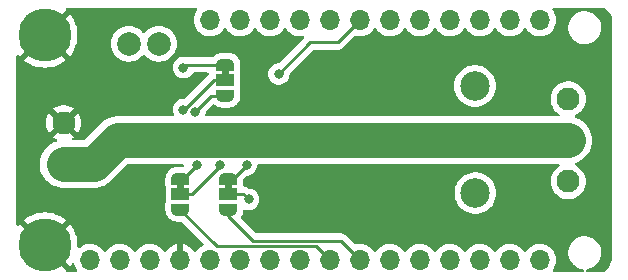
<source format=gbl>
G04 #@! TF.GenerationSoftware,KiCad,Pcbnew,7.0.1*
G04 #@! TF.CreationDate,2023-06-02T18:51:41-05:00*
G04 #@! TF.ProjectId,MiniSSO,4d696e69-5353-44f2-9e6b-696361645f70,2*
G04 #@! TF.SameCoordinates,Original*
G04 #@! TF.FileFunction,Copper,L2,Bot*
G04 #@! TF.FilePolarity,Positive*
%FSLAX46Y46*%
G04 Gerber Fmt 4.6, Leading zero omitted, Abs format (unit mm)*
G04 Created by KiCad (PCBNEW 7.0.1) date 2023-06-02 18:51:41*
%MOMM*%
%LPD*%
G01*
G04 APERTURE LIST*
G04 Aperture macros list*
%AMFreePoly0*
4,1,19,0.550000,-0.750000,0.000000,-0.750000,0.000000,-0.744911,-0.071157,-0.744911,-0.207708,-0.704816,-0.327430,-0.627875,-0.420627,-0.520320,-0.479746,-0.390866,-0.500000,-0.250000,-0.500000,0.250000,-0.479746,0.390866,-0.420627,0.520320,-0.327430,0.627875,-0.207708,0.704816,-0.071157,0.744911,0.000000,0.744911,0.000000,0.750000,0.550000,0.750000,0.550000,-0.750000,0.550000,-0.750000,
$1*%
%AMFreePoly1*
4,1,19,0.000000,0.744911,0.071157,0.744911,0.207708,0.704816,0.327430,0.627875,0.420627,0.520320,0.479746,0.390866,0.500000,0.250000,0.500000,-0.250000,0.479746,-0.390866,0.420627,-0.520320,0.327430,-0.627875,0.207708,-0.704816,0.071157,-0.744911,0.000000,-0.744911,0.000000,-0.750000,-0.550000,-0.750000,-0.550000,0.750000,0.000000,0.750000,0.000000,0.744911,0.000000,0.744911,
$1*%
G04 Aperture macros list end*
G04 #@! TA.AperFunction,ComponentPad*
%ADD10C,4.500000*%
G04 #@! TD*
G04 #@! TA.AperFunction,ComponentPad*
%ADD11O,1.700000X1.700000*%
G04 #@! TD*
G04 #@! TA.AperFunction,ComponentPad*
%ADD12C,1.950000*%
G04 #@! TD*
G04 #@! TA.AperFunction,ComponentPad*
%ADD13C,2.000000*%
G04 #@! TD*
G04 #@! TA.AperFunction,SMDPad,CuDef*
%ADD14C,2.500000*%
G04 #@! TD*
G04 #@! TA.AperFunction,SMDPad,CuDef*
%ADD15FreePoly0,270.000000*%
G04 #@! TD*
G04 #@! TA.AperFunction,SMDPad,CuDef*
%ADD16R,1.500000X1.000000*%
G04 #@! TD*
G04 #@! TA.AperFunction,SMDPad,CuDef*
%ADD17FreePoly1,270.000000*%
G04 #@! TD*
G04 #@! TA.AperFunction,ViaPad*
%ADD18C,0.800000*%
G04 #@! TD*
G04 #@! TA.AperFunction,Conductor*
%ADD19C,0.250000*%
G04 #@! TD*
G04 #@! TA.AperFunction,Conductor*
%ADD20C,3.000000*%
G04 #@! TD*
G04 APERTURE END LIST*
G04 #@! TA.AperFunction,EtchedComponent*
G36*
X134957500Y-75450000D02*
G01*
X134357500Y-75450000D01*
X134357500Y-74950000D01*
X134957500Y-74950000D01*
X134957500Y-75450000D01*
G37*
G04 #@! TD.AperFunction*
G04 #@! TA.AperFunction,EtchedComponent*
G36*
X135207500Y-85100000D02*
G01*
X134607500Y-85100000D01*
X134607500Y-84600000D01*
X135207500Y-84600000D01*
X135207500Y-85100000D01*
G37*
G04 #@! TD.AperFunction*
G04 #@! TA.AperFunction,EtchedComponent*
G36*
X131150000Y-85100000D02*
G01*
X130550000Y-85100000D01*
X130550000Y-84600000D01*
X131150000Y-84600000D01*
X131150000Y-85100000D01*
G37*
G04 #@! TD.AperFunction*
D10*
X119370725Y-72029269D03*
D11*
X133340725Y-70759269D03*
X135880725Y-70759269D03*
X138420725Y-70759269D03*
X140960725Y-70759269D03*
X143500725Y-70759269D03*
X146040725Y-70759269D03*
X148580725Y-70759269D03*
X151120725Y-70759269D03*
X153660725Y-70759269D03*
X156200725Y-70759269D03*
X158740725Y-70759269D03*
X161280725Y-70759269D03*
D12*
X120954800Y-82956400D03*
X120954800Y-79456400D03*
D10*
X119370725Y-89809269D03*
D13*
X126492000Y-72771000D03*
X129032000Y-72771000D03*
D11*
X161280725Y-91079269D03*
X158740725Y-91079269D03*
X156200725Y-91079269D03*
X153660725Y-91079269D03*
X151120725Y-91079269D03*
X148580725Y-91079269D03*
X146040725Y-91079269D03*
X143500725Y-91079269D03*
X140960725Y-91079269D03*
X138420725Y-91079269D03*
X135880725Y-91079269D03*
X133340725Y-91079269D03*
X130800725Y-91079269D03*
X128260725Y-91079269D03*
X125720725Y-91079269D03*
X123180725Y-91079269D03*
D12*
X163682400Y-77424400D03*
X163682400Y-80924400D03*
X163682400Y-84424400D03*
D14*
X155792850Y-76327000D03*
D15*
X134657500Y-74550000D03*
D16*
X134657500Y-75850000D03*
D17*
X134657500Y-77150000D03*
D15*
X134907500Y-84200000D03*
D16*
X134907500Y-85500000D03*
D17*
X134907500Y-86800000D03*
D15*
X130850000Y-84200000D03*
D16*
X130850000Y-85500000D03*
D17*
X130850000Y-86800000D03*
D14*
X155825000Y-85400000D03*
D18*
X163500000Y-74500000D03*
X163500000Y-87000000D03*
X141000000Y-85000000D03*
X142500000Y-77000000D03*
X165500000Y-87000000D03*
X142500000Y-85000000D03*
X141000000Y-77000000D03*
X165500000Y-74500000D03*
X132083380Y-78528796D03*
X131100000Y-74784169D03*
X132250000Y-83023900D03*
X139178213Y-75328213D03*
X136450000Y-83023900D03*
X131100000Y-78350000D03*
X155792850Y-76327000D03*
X134200000Y-83023900D03*
X136625000Y-85950000D03*
X155800000Y-85425000D03*
D19*
X134907500Y-87357500D02*
X137005238Y-89455238D01*
X134907500Y-86800000D02*
X134907500Y-87357500D01*
X137005238Y-89455238D02*
X144416694Y-89455238D01*
X144416694Y-89455238D02*
X146040725Y-91079269D01*
X133954758Y-89904758D02*
X142326214Y-89904758D01*
X130850000Y-86800000D02*
X133954758Y-89904758D01*
X142326214Y-89904758D02*
X143500725Y-91079269D01*
X134657500Y-77150000D02*
X133462176Y-77150000D01*
X133462176Y-77150000D02*
X132083380Y-78528796D01*
X134657500Y-77150000D02*
X134525000Y-77150000D01*
X131334169Y-74550000D02*
X131100000Y-74784169D01*
X140183587Y-70759269D02*
X140960725Y-70759269D01*
X134657500Y-74550000D02*
X131334169Y-74550000D01*
X130850000Y-84200000D02*
X131073900Y-84200000D01*
X131073900Y-84200000D02*
X132250000Y-83023900D01*
X139178213Y-75328213D02*
X141856426Y-72650000D01*
X134907500Y-84200000D02*
X135273900Y-84200000D01*
X141856426Y-72650000D02*
X144149994Y-72650000D01*
X144149994Y-72650000D02*
X146040725Y-70759269D01*
X135273900Y-84200000D02*
X136450000Y-83023900D01*
X133657500Y-75850000D02*
X131157500Y-78350000D01*
X131157500Y-78350000D02*
X131100000Y-78350000D01*
X134657500Y-75850000D02*
X133657500Y-75850000D01*
X130850000Y-85500000D02*
X131850000Y-85500000D01*
X134200000Y-83150000D02*
X134200000Y-83023900D01*
X131850000Y-85500000D02*
X134200000Y-83150000D01*
D20*
X123494800Y-82956400D02*
X125526800Y-80924400D01*
X125526800Y-80924400D02*
X163682400Y-80924400D01*
X120954800Y-82956400D02*
X123494800Y-82956400D01*
D19*
X136175000Y-85500000D02*
X136625000Y-85950000D01*
X134907500Y-85500000D02*
X136175000Y-85500000D01*
G04 #@! TA.AperFunction,Conductor*
G36*
X132226688Y-69740759D02*
G01*
X132273004Y-69789031D01*
X132288082Y-69854207D01*
X132267673Y-69917916D01*
X132265006Y-69921996D01*
X132265003Y-69922001D01*
X132203690Y-70015847D01*
X132141864Y-70110478D01*
X132051427Y-70316657D01*
X131996162Y-70534896D01*
X131996161Y-70534901D01*
X131977569Y-70759269D01*
X131996161Y-70983637D01*
X131996161Y-70983640D01*
X131996162Y-70983641D01*
X132051427Y-71201880D01*
X132141864Y-71408059D01*
X132171633Y-71453624D01*
X132265003Y-71596537D01*
X132361197Y-71701031D01*
X132417487Y-71762177D01*
X132552453Y-71867226D01*
X132595149Y-71900458D01*
X132793151Y-72007611D01*
X133006090Y-72080713D01*
X133228156Y-72117769D01*
X133453291Y-72117769D01*
X133453294Y-72117769D01*
X133675360Y-72080713D01*
X133888299Y-72007611D01*
X134086301Y-71900458D01*
X134263965Y-71762175D01*
X134416447Y-71596537D01*
X134505243Y-71460623D01*
X134550756Y-71418727D01*
X134610725Y-71403541D01*
X134670694Y-71418727D01*
X134716206Y-71460623D01*
X134805003Y-71596537D01*
X134901197Y-71701031D01*
X134957487Y-71762177D01*
X135092453Y-71867226D01*
X135135149Y-71900458D01*
X135333151Y-72007611D01*
X135546090Y-72080713D01*
X135768156Y-72117769D01*
X135993291Y-72117769D01*
X135993294Y-72117769D01*
X136215360Y-72080713D01*
X136428299Y-72007611D01*
X136626301Y-71900458D01*
X136803965Y-71762175D01*
X136956447Y-71596537D01*
X137045243Y-71460623D01*
X137090756Y-71418727D01*
X137150725Y-71403541D01*
X137210694Y-71418727D01*
X137256206Y-71460623D01*
X137345003Y-71596537D01*
X137441197Y-71701031D01*
X137497487Y-71762177D01*
X137632453Y-71867226D01*
X137675149Y-71900458D01*
X137873151Y-72007611D01*
X138086090Y-72080713D01*
X138308156Y-72117769D01*
X138533291Y-72117769D01*
X138533294Y-72117769D01*
X138755360Y-72080713D01*
X138968299Y-72007611D01*
X139166301Y-71900458D01*
X139343965Y-71762175D01*
X139496447Y-71596537D01*
X139585243Y-71460623D01*
X139630756Y-71418727D01*
X139690725Y-71403541D01*
X139750694Y-71418727D01*
X139796206Y-71460623D01*
X139885003Y-71596537D01*
X139981197Y-71701031D01*
X140037487Y-71762177D01*
X140172453Y-71867226D01*
X140215149Y-71900458D01*
X140413151Y-72007611D01*
X140626090Y-72080713D01*
X140848156Y-72117769D01*
X141073294Y-72117769D01*
X141073296Y-72117769D01*
X141115036Y-72110803D01*
X141188820Y-72098491D01*
X141251453Y-72103941D01*
X141303657Y-72138979D01*
X141332432Y-72194879D01*
X141330613Y-72257725D01*
X141298653Y-72311867D01*
X139227713Y-74382808D01*
X139186836Y-74410122D01*
X139138618Y-74419713D01*
X139082726Y-74419713D01*
X138958192Y-74446183D01*
X138895924Y-74459419D01*
X138721459Y-74537096D01*
X138566960Y-74649346D01*
X138439171Y-74791270D01*
X138343685Y-74956656D01*
X138284671Y-75138283D01*
X138264709Y-75328213D01*
X138284671Y-75518142D01*
X138343685Y-75699769D01*
X138439171Y-75865155D01*
X138439173Y-75865157D01*
X138566960Y-76007079D01*
X138721461Y-76119331D01*
X138895925Y-76197007D01*
X139082726Y-76236713D01*
X139273698Y-76236713D01*
X139273700Y-76236713D01*
X139460501Y-76197007D01*
X139634965Y-76119331D01*
X139789466Y-76007079D01*
X139917253Y-75865157D01*
X140012740Y-75699769D01*
X140071755Y-75518141D01*
X140089120Y-75352913D01*
X140100704Y-75311844D01*
X140125332Y-75276996D01*
X142081924Y-73320405D01*
X142122802Y-73293091D01*
X142171020Y-73283500D01*
X144066141Y-73283500D01*
X144086929Y-73285795D01*
X144089901Y-73285701D01*
X144089903Y-73285702D01*
X144157979Y-73283562D01*
X144161939Y-73283500D01*
X144189846Y-73283500D01*
X144189850Y-73283500D01*
X144193859Y-73282993D01*
X144205693Y-73282061D01*
X144249883Y-73280673D01*
X144269332Y-73275021D01*
X144288692Y-73271012D01*
X144308791Y-73268474D01*
X144349909Y-73252193D01*
X144361111Y-73248357D01*
X144403587Y-73236018D01*
X144421033Y-73225699D01*
X144438774Y-73217009D01*
X144457611Y-73209552D01*
X144493386Y-73183558D01*
X144503297Y-73177048D01*
X144541356Y-73154542D01*
X144555685Y-73140212D01*
X144570713Y-73127377D01*
X144587101Y-73115472D01*
X144615297Y-73081386D01*
X144623266Y-73072630D01*
X145582801Y-72113095D01*
X145643491Y-72079435D01*
X145695270Y-72082111D01*
X145695791Y-72078994D01*
X145706087Y-72080712D01*
X145706090Y-72080713D01*
X145928156Y-72117769D01*
X146153291Y-72117769D01*
X146153294Y-72117769D01*
X146375360Y-72080713D01*
X146588299Y-72007611D01*
X146786301Y-71900458D01*
X146963965Y-71762175D01*
X147116447Y-71596537D01*
X147205243Y-71460623D01*
X147250756Y-71418727D01*
X147310725Y-71403541D01*
X147370694Y-71418727D01*
X147416206Y-71460623D01*
X147505003Y-71596537D01*
X147601197Y-71701031D01*
X147657487Y-71762177D01*
X147792453Y-71867226D01*
X147835149Y-71900458D01*
X148033151Y-72007611D01*
X148246090Y-72080713D01*
X148468156Y-72117769D01*
X148693291Y-72117769D01*
X148693294Y-72117769D01*
X148915360Y-72080713D01*
X149128299Y-72007611D01*
X149326301Y-71900458D01*
X149503965Y-71762175D01*
X149656447Y-71596537D01*
X149745243Y-71460623D01*
X149790756Y-71418727D01*
X149850725Y-71403541D01*
X149910694Y-71418727D01*
X149956206Y-71460623D01*
X150045003Y-71596537D01*
X150141197Y-71701031D01*
X150197487Y-71762177D01*
X150332453Y-71867226D01*
X150375149Y-71900458D01*
X150573151Y-72007611D01*
X150786090Y-72080713D01*
X151008156Y-72117769D01*
X151233291Y-72117769D01*
X151233294Y-72117769D01*
X151455360Y-72080713D01*
X151668299Y-72007611D01*
X151866301Y-71900458D01*
X152043965Y-71762175D01*
X152196447Y-71596537D01*
X152285243Y-71460623D01*
X152330756Y-71418727D01*
X152390725Y-71403541D01*
X152450694Y-71418727D01*
X152496206Y-71460623D01*
X152585003Y-71596537D01*
X152681197Y-71701031D01*
X152737487Y-71762177D01*
X152872453Y-71867226D01*
X152915149Y-71900458D01*
X153113151Y-72007611D01*
X153326090Y-72080713D01*
X153548156Y-72117769D01*
X153773291Y-72117769D01*
X153773294Y-72117769D01*
X153995360Y-72080713D01*
X154208299Y-72007611D01*
X154406301Y-71900458D01*
X154583965Y-71762175D01*
X154736447Y-71596537D01*
X154825243Y-71460623D01*
X154870756Y-71418727D01*
X154930725Y-71403541D01*
X154990694Y-71418727D01*
X155036206Y-71460623D01*
X155125003Y-71596537D01*
X155221197Y-71701031D01*
X155277487Y-71762177D01*
X155412453Y-71867226D01*
X155455149Y-71900458D01*
X155653151Y-72007611D01*
X155866090Y-72080713D01*
X156088156Y-72117769D01*
X156313291Y-72117769D01*
X156313294Y-72117769D01*
X156535360Y-72080713D01*
X156748299Y-72007611D01*
X156946301Y-71900458D01*
X157123965Y-71762175D01*
X157276447Y-71596537D01*
X157365243Y-71460623D01*
X157410756Y-71418727D01*
X157470725Y-71403541D01*
X157530694Y-71418727D01*
X157576206Y-71460623D01*
X157665003Y-71596537D01*
X157761197Y-71701031D01*
X157817487Y-71762177D01*
X157952453Y-71867226D01*
X157995149Y-71900458D01*
X158193151Y-72007611D01*
X158406090Y-72080713D01*
X158628156Y-72117769D01*
X158853291Y-72117769D01*
X158853294Y-72117769D01*
X159075360Y-72080713D01*
X159288299Y-72007611D01*
X159486301Y-71900458D01*
X159663965Y-71762175D01*
X159816447Y-71596537D01*
X159905243Y-71460623D01*
X159950756Y-71418727D01*
X160010725Y-71403541D01*
X160070694Y-71418727D01*
X160116206Y-71460623D01*
X160205003Y-71596537D01*
X160301197Y-71701031D01*
X160357487Y-71762177D01*
X160492453Y-71867226D01*
X160535149Y-71900458D01*
X160733151Y-72007611D01*
X160946090Y-72080713D01*
X161168156Y-72117769D01*
X161393291Y-72117769D01*
X161393294Y-72117769D01*
X161615360Y-72080713D01*
X161828299Y-72007611D01*
X162026301Y-71900458D01*
X162203965Y-71762175D01*
X162356447Y-71596537D01*
X162479585Y-71408060D01*
X162511670Y-71334913D01*
X163693446Y-71334913D01*
X163703514Y-71571905D01*
X163753488Y-71803792D01*
X163841934Y-72023896D01*
X163966305Y-72225888D01*
X164123020Y-72403950D01*
X164307576Y-72552969D01*
X164307577Y-72552969D01*
X164307579Y-72552971D01*
X164514665Y-72668657D01*
X164738324Y-72747680D01*
X164972121Y-72787769D01*
X165149916Y-72787769D01*
X165149917Y-72787769D01*
X165327080Y-72772690D01*
X165384467Y-72757747D01*
X165556634Y-72712919D01*
X165772785Y-72615212D01*
X165969315Y-72482382D01*
X166140569Y-72318248D01*
X166281621Y-72127533D01*
X166388413Y-71915723D01*
X166457873Y-71688912D01*
X166488003Y-71453625D01*
X166477935Y-71216630D01*
X166427961Y-70984745D01*
X166339516Y-70764642D01*
X166215146Y-70562652D01*
X166215145Y-70562651D01*
X166215144Y-70562649D01*
X166058429Y-70384587D01*
X165873873Y-70235568D01*
X165666783Y-70119880D01*
X165443126Y-70040858D01*
X165209329Y-70000769D01*
X165031534Y-70000769D01*
X165031533Y-70000769D01*
X164854369Y-70015847D01*
X164624818Y-70075618D01*
X164408664Y-70173325D01*
X164212132Y-70306157D01*
X164040884Y-70470285D01*
X163899829Y-70661005D01*
X163793035Y-70872818D01*
X163723576Y-71099626D01*
X163693446Y-71334913D01*
X162511670Y-71334913D01*
X162570021Y-71201885D01*
X162625289Y-70983637D01*
X162643881Y-70759269D01*
X162625289Y-70534901D01*
X162570021Y-70316653D01*
X162479585Y-70110478D01*
X162356447Y-69922001D01*
X162356443Y-69921996D01*
X162353777Y-69917916D01*
X162333368Y-69854207D01*
X162348446Y-69789031D01*
X162394762Y-69740759D01*
X162459260Y-69723000D01*
X166698810Y-69723000D01*
X166747028Y-69732591D01*
X166787905Y-69759905D01*
X167237966Y-70209966D01*
X167268405Y-70259216D01*
X167379534Y-70592602D01*
X167386000Y-70632447D01*
X167386000Y-91034735D01*
X167376988Y-91081530D01*
X167141604Y-91669988D01*
X167113711Y-91712288D01*
X166787902Y-92038097D01*
X166747028Y-92065409D01*
X166698810Y-92075000D01*
X165328793Y-92075000D01*
X165267343Y-92059000D01*
X165221500Y-92015063D01*
X165202907Y-91954347D01*
X165216284Y-91892274D01*
X165258236Y-91844608D01*
X165318108Y-91823454D01*
X165327080Y-91822690D01*
X165384467Y-91807747D01*
X165556634Y-91762919D01*
X165772785Y-91665212D01*
X165969315Y-91532382D01*
X166140569Y-91368248D01*
X166281621Y-91177533D01*
X166388413Y-90965723D01*
X166457873Y-90738912D01*
X166488003Y-90503625D01*
X166477935Y-90266630D01*
X166427961Y-90034745D01*
X166339516Y-89814642D01*
X166215146Y-89612652D01*
X166215145Y-89612651D01*
X166215144Y-89612649D01*
X166058429Y-89434587D01*
X165873873Y-89285568D01*
X165666783Y-89169880D01*
X165443126Y-89090858D01*
X165209329Y-89050769D01*
X165031534Y-89050769D01*
X165031533Y-89050769D01*
X164854369Y-89065847D01*
X164624818Y-89125618D01*
X164408664Y-89223325D01*
X164212132Y-89356157D01*
X164040884Y-89520285D01*
X163899829Y-89711005D01*
X163793035Y-89922818D01*
X163723576Y-90149626D01*
X163693446Y-90384913D01*
X163703514Y-90621905D01*
X163753488Y-90853792D01*
X163841934Y-91073896D01*
X163966305Y-91275888D01*
X164047596Y-91368252D01*
X164123022Y-91453952D01*
X164144849Y-91471576D01*
X164307576Y-91602969D01*
X164307577Y-91602969D01*
X164307579Y-91602971D01*
X164514665Y-91718657D01*
X164738324Y-91797680D01*
X164896560Y-91824812D01*
X164953026Y-91849857D01*
X164990803Y-91898731D01*
X165000811Y-91959686D01*
X164980645Y-92018073D01*
X164935152Y-92059858D01*
X164875265Y-92075000D01*
X162485745Y-92075000D01*
X162421247Y-92057241D01*
X162374931Y-92008969D01*
X162359853Y-91943793D01*
X162380262Y-91880085D01*
X162479585Y-91728060D01*
X162570021Y-91521885D01*
X162625289Y-91303637D01*
X162643881Y-91079269D01*
X162625289Y-90854901D01*
X162570021Y-90636653D01*
X162479585Y-90430478D01*
X162356447Y-90242001D01*
X162203965Y-90076363D01*
X162203964Y-90076362D01*
X162203962Y-90076360D01*
X162026303Y-89938081D01*
X161828298Y-89830926D01*
X161683030Y-89781056D01*
X161615360Y-89757825D01*
X161393294Y-89720769D01*
X161168156Y-89720769D01*
X160946090Y-89757825D01*
X160946087Y-89757825D01*
X160946087Y-89757826D01*
X160733151Y-89830926D01*
X160535146Y-89938081D01*
X160357487Y-90076360D01*
X160205003Y-90242000D01*
X160116208Y-90377912D01*
X160070694Y-90419810D01*
X160010725Y-90434996D01*
X159950756Y-90419810D01*
X159905242Y-90377912D01*
X159816446Y-90242000D01*
X159663965Y-90076363D01*
X159663964Y-90076362D01*
X159663962Y-90076360D01*
X159486303Y-89938081D01*
X159288298Y-89830926D01*
X159143030Y-89781056D01*
X159075360Y-89757825D01*
X158853294Y-89720769D01*
X158628156Y-89720769D01*
X158406090Y-89757825D01*
X158406087Y-89757825D01*
X158406087Y-89757826D01*
X158193151Y-89830926D01*
X157995146Y-89938081D01*
X157817487Y-90076360D01*
X157665003Y-90242000D01*
X157576208Y-90377912D01*
X157530694Y-90419810D01*
X157470725Y-90434996D01*
X157410756Y-90419810D01*
X157365242Y-90377912D01*
X157276446Y-90242000D01*
X157123965Y-90076363D01*
X157123964Y-90076362D01*
X157123962Y-90076360D01*
X156946303Y-89938081D01*
X156748298Y-89830926D01*
X156603030Y-89781056D01*
X156535360Y-89757825D01*
X156313294Y-89720769D01*
X156088156Y-89720769D01*
X155866090Y-89757825D01*
X155866087Y-89757825D01*
X155866087Y-89757826D01*
X155653151Y-89830926D01*
X155455146Y-89938081D01*
X155277487Y-90076360D01*
X155125003Y-90242000D01*
X155036208Y-90377912D01*
X154990694Y-90419810D01*
X154930725Y-90434996D01*
X154870756Y-90419810D01*
X154825242Y-90377912D01*
X154736446Y-90242000D01*
X154583965Y-90076363D01*
X154583964Y-90076362D01*
X154583962Y-90076360D01*
X154406303Y-89938081D01*
X154208298Y-89830926D01*
X154063030Y-89781056D01*
X153995360Y-89757825D01*
X153773294Y-89720769D01*
X153548156Y-89720769D01*
X153326090Y-89757825D01*
X153326087Y-89757825D01*
X153326087Y-89757826D01*
X153113151Y-89830926D01*
X152915146Y-89938081D01*
X152737487Y-90076360D01*
X152585003Y-90242000D01*
X152496208Y-90377912D01*
X152450694Y-90419810D01*
X152390725Y-90434996D01*
X152330756Y-90419810D01*
X152285242Y-90377912D01*
X152196446Y-90242000D01*
X152043965Y-90076363D01*
X152043964Y-90076362D01*
X152043962Y-90076360D01*
X151866303Y-89938081D01*
X151668298Y-89830926D01*
X151523030Y-89781056D01*
X151455360Y-89757825D01*
X151233294Y-89720769D01*
X151008156Y-89720769D01*
X150786090Y-89757825D01*
X150786087Y-89757825D01*
X150786087Y-89757826D01*
X150573151Y-89830926D01*
X150375146Y-89938081D01*
X150197487Y-90076360D01*
X150045003Y-90242000D01*
X149956208Y-90377912D01*
X149910694Y-90419810D01*
X149850725Y-90434996D01*
X149790756Y-90419810D01*
X149745242Y-90377912D01*
X149656446Y-90242000D01*
X149503965Y-90076363D01*
X149503964Y-90076362D01*
X149503962Y-90076360D01*
X149326303Y-89938081D01*
X149128298Y-89830926D01*
X148983030Y-89781056D01*
X148915360Y-89757825D01*
X148693294Y-89720769D01*
X148468156Y-89720769D01*
X148246090Y-89757825D01*
X148246087Y-89757825D01*
X148246087Y-89757826D01*
X148033151Y-89830926D01*
X147835146Y-89938081D01*
X147657487Y-90076360D01*
X147505003Y-90242000D01*
X147416208Y-90377912D01*
X147370694Y-90419810D01*
X147310725Y-90434996D01*
X147250756Y-90419810D01*
X147205242Y-90377912D01*
X147116446Y-90242000D01*
X146963965Y-90076363D01*
X146963964Y-90076362D01*
X146963962Y-90076360D01*
X146786303Y-89938081D01*
X146588298Y-89830926D01*
X146443030Y-89781056D01*
X146375360Y-89757825D01*
X146153294Y-89720769D01*
X145928156Y-89720769D01*
X145706090Y-89757825D01*
X145706085Y-89757826D01*
X145695793Y-89759544D01*
X145695273Y-89756431D01*
X145643476Y-89759098D01*
X145582801Y-89725440D01*
X144923938Y-89066577D01*
X144910865Y-89050259D01*
X144859042Y-89001594D01*
X144856230Y-88998869D01*
X144836464Y-88979103D01*
X144833269Y-88976624D01*
X144824247Y-88968919D01*
X144792014Y-88938651D01*
X144774261Y-88928891D01*
X144757735Y-88918035D01*
X144741735Y-88905624D01*
X144701160Y-88888066D01*
X144690498Y-88882842D01*
X144651757Y-88861543D01*
X144638007Y-88858013D01*
X144632131Y-88856504D01*
X144613425Y-88850100D01*
X144594839Y-88842057D01*
X144551169Y-88835140D01*
X144539547Y-88832733D01*
X144496724Y-88821738D01*
X144496723Y-88821738D01*
X144476470Y-88821738D01*
X144456760Y-88820187D01*
X144436751Y-88817017D01*
X144392733Y-88821179D01*
X144380875Y-88821738D01*
X137319832Y-88821738D01*
X137271614Y-88812147D01*
X137230737Y-88784833D01*
X135997463Y-87551559D01*
X135967488Y-87503674D01*
X135961449Y-87447505D01*
X135980557Y-87394349D01*
X136049170Y-87287586D01*
X136109913Y-87154577D01*
X136150420Y-87016622D01*
X136165003Y-86915189D01*
X136186051Y-86861510D01*
X136228810Y-86822824D01*
X136284327Y-86807239D01*
X136340970Y-86818018D01*
X136342712Y-86818794D01*
X136529513Y-86858500D01*
X136720485Y-86858500D01*
X136720487Y-86858500D01*
X136907288Y-86818794D01*
X137081752Y-86741118D01*
X137236253Y-86628866D01*
X137364040Y-86486944D01*
X137459527Y-86321556D01*
X137518542Y-86139928D01*
X137538504Y-85950000D01*
X137518542Y-85760072D01*
X137459527Y-85578444D01*
X137459527Y-85578443D01*
X137364041Y-85413057D01*
X137352284Y-85400000D01*
X154061569Y-85400000D01*
X154081265Y-85662827D01*
X154139913Y-85919781D01*
X154226315Y-86139928D01*
X154236204Y-86165124D01*
X154367985Y-86393376D01*
X154532314Y-86599438D01*
X154725519Y-86778706D01*
X154943285Y-86927176D01*
X155180746Y-87041532D01*
X155432600Y-87119218D01*
X155693219Y-87158500D01*
X155956779Y-87158500D01*
X155956781Y-87158500D01*
X156217400Y-87119218D01*
X156469254Y-87041532D01*
X156706716Y-86927176D01*
X156924481Y-86778706D01*
X157117686Y-86599438D01*
X157282015Y-86393376D01*
X157413796Y-86165124D01*
X157510087Y-85919780D01*
X157568735Y-85662826D01*
X157588431Y-85400000D01*
X157568735Y-85137174D01*
X157510087Y-84880220D01*
X157413796Y-84634876D01*
X157282015Y-84406624D01*
X157117686Y-84200562D01*
X156924481Y-84021294D01*
X156924477Y-84021291D01*
X156924476Y-84021290D01*
X156706716Y-83872824D01*
X156469254Y-83758467D01*
X156287159Y-83702299D01*
X156217400Y-83680782D01*
X155956781Y-83641500D01*
X155693219Y-83641500D01*
X155432600Y-83680782D01*
X155432596Y-83680783D01*
X155432597Y-83680783D01*
X155180748Y-83758467D01*
X154943282Y-83872825D01*
X154725522Y-84021291D01*
X154725518Y-84021294D01*
X154725519Y-84021294D01*
X154534456Y-84198575D01*
X154532313Y-84200563D01*
X154367983Y-84406627D01*
X154236204Y-84634875D01*
X154139913Y-84880218D01*
X154081265Y-85137172D01*
X154061569Y-85400000D01*
X137352284Y-85400000D01*
X137236252Y-85271133D01*
X137081753Y-85158883D01*
X137081752Y-85158882D01*
X136907288Y-85081206D01*
X136720487Y-85041500D01*
X136720485Y-85041500D01*
X136662064Y-85041500D01*
X136615681Y-85032652D01*
X136575812Y-85007351D01*
X136550320Y-84983413D01*
X136532567Y-84973653D01*
X136516041Y-84962797D01*
X136500041Y-84950386D01*
X136459466Y-84932828D01*
X136448804Y-84927604D01*
X136410063Y-84906305D01*
X136396313Y-84902775D01*
X136390437Y-84901266D01*
X136371731Y-84894862D01*
X136353145Y-84886819D01*
X136346623Y-84885786D01*
X136309474Y-84879901D01*
X136297854Y-84877495D01*
X136281790Y-84873370D01*
X136265895Y-84869289D01*
X136216914Y-84844333D01*
X136183221Y-84800897D01*
X136171229Y-84747248D01*
X136171229Y-84250765D01*
X136180820Y-84202547D01*
X136208134Y-84161670D01*
X136400499Y-83969305D01*
X136441376Y-83941991D01*
X136489594Y-83932400D01*
X136545485Y-83932400D01*
X136545487Y-83932400D01*
X136732288Y-83892694D01*
X136906752Y-83815018D01*
X137061253Y-83702766D01*
X137189040Y-83560844D01*
X137284527Y-83395456D01*
X137343542Y-83213828D01*
X137361209Y-83045727D01*
X137382060Y-82988442D01*
X137427366Y-82947649D01*
X137486519Y-82932900D01*
X162823946Y-82932900D01*
X162887547Y-82950130D01*
X162933753Y-82997107D01*
X162949929Y-83060984D01*
X162931650Y-83124291D01*
X162883915Y-83169714D01*
X162868222Y-83178206D01*
X162674208Y-83329213D01*
X162507698Y-83510093D01*
X162373228Y-83715912D01*
X162274471Y-83941060D01*
X162263756Y-83983374D01*
X162214118Y-84179387D01*
X162193816Y-84424400D01*
X162214118Y-84669413D01*
X162227466Y-84722122D01*
X162272832Y-84901268D01*
X162274472Y-84907742D01*
X162293177Y-84950386D01*
X162373228Y-85132887D01*
X162373229Y-85132888D01*
X162507698Y-85338707D01*
X162576141Y-85413056D01*
X162674208Y-85519586D01*
X162868223Y-85670594D01*
X163084443Y-85787606D01*
X163316974Y-85867434D01*
X163559474Y-85907900D01*
X163805323Y-85907900D01*
X163805326Y-85907900D01*
X164047826Y-85867434D01*
X164280357Y-85787606D01*
X164496578Y-85670593D01*
X164690591Y-85519587D01*
X164857102Y-85338707D01*
X164991571Y-85132888D01*
X165090328Y-84907742D01*
X165150682Y-84669413D01*
X165170984Y-84424400D01*
X165150682Y-84179387D01*
X165090328Y-83941058D01*
X164991571Y-83715912D01*
X164857102Y-83510093D01*
X164690591Y-83329213D01*
X164553356Y-83222399D01*
X164496576Y-83178205D01*
X164287032Y-83064806D01*
X164244121Y-83026736D01*
X164222534Y-82973588D01*
X164226746Y-82916379D01*
X164255884Y-82866966D01*
X164303901Y-82835593D01*
X164501326Y-82763737D01*
X164749342Y-82631864D01*
X164976592Y-82466758D01*
X165178652Y-82271631D01*
X165351588Y-82050282D01*
X165492036Y-81807019D01*
X165492037Y-81807018D01*
X165597262Y-81546576D01*
X165597262Y-81546575D01*
X165665217Y-81274024D01*
X165694578Y-80994667D01*
X165684775Y-80713942D01*
X165635998Y-80437313D01*
X165549197Y-80170165D01*
X165436735Y-79939584D01*
X165426060Y-79917697D01*
X165268985Y-79684824D01*
X165081029Y-79476078D01*
X164865849Y-79295520D01*
X164731340Y-79211470D01*
X164627636Y-79146669D01*
X164371025Y-79032418D01*
X164312698Y-79015693D01*
X164261312Y-78986552D01*
X164228856Y-78937191D01*
X164222465Y-78878461D01*
X164243544Y-78823274D01*
X164287459Y-78783762D01*
X164407642Y-78718723D01*
X164496577Y-78670594D01*
X164531780Y-78643193D01*
X164690591Y-78519587D01*
X164857102Y-78338707D01*
X164991571Y-78132888D01*
X165090328Y-77907742D01*
X165150682Y-77669413D01*
X165170984Y-77424400D01*
X165150682Y-77179387D01*
X165090328Y-76941058D01*
X164991571Y-76715912D01*
X164857102Y-76510093D01*
X164690591Y-76329213D01*
X164571747Y-76236713D01*
X164496576Y-76178205D01*
X164280356Y-76061193D01*
X164122725Y-76007079D01*
X164047826Y-75981366D01*
X163805326Y-75940900D01*
X163559474Y-75940900D01*
X163316974Y-75981366D01*
X163316971Y-75981366D01*
X163316971Y-75981367D01*
X163084443Y-76061193D01*
X162868223Y-76178205D01*
X162674208Y-76329213D01*
X162507698Y-76510093D01*
X162373228Y-76715912D01*
X162315825Y-76846781D01*
X162274472Y-76941058D01*
X162214118Y-77179387D01*
X162193816Y-77424400D01*
X162214118Y-77669413D01*
X162214119Y-77669416D01*
X162260906Y-77854174D01*
X162274472Y-77907742D01*
X162298800Y-77963204D01*
X162373228Y-78132887D01*
X162393588Y-78164050D01*
X162507698Y-78338707D01*
X162674209Y-78519587D01*
X162780375Y-78602219D01*
X162868222Y-78670593D01*
X162883915Y-78679086D01*
X162931650Y-78724509D01*
X162949929Y-78787816D01*
X162933753Y-78851693D01*
X162887547Y-78898670D01*
X162823946Y-78915900D01*
X133086279Y-78915900D01*
X133029076Y-78902167D01*
X132984343Y-78863961D01*
X132961830Y-78809610D01*
X132966445Y-78750966D01*
X132976922Y-78718724D01*
X132994287Y-78553496D01*
X133005870Y-78512429D01*
X133030498Y-78477581D01*
X133579428Y-77928651D01*
X133633023Y-77896852D01*
X133695304Y-77894627D01*
X133751030Y-77922521D01*
X133797982Y-77963205D01*
X133920988Y-78042256D01*
X134051773Y-78101984D01*
X134120450Y-78127599D01*
X134120453Y-78127600D01*
X134164493Y-78137180D01*
X134192073Y-78143180D01*
X134334388Y-78163642D01*
X134407500Y-78168871D01*
X134474908Y-78164050D01*
X134483897Y-78163729D01*
X134831103Y-78163729D01*
X134840092Y-78164050D01*
X134907499Y-78168871D01*
X134907499Y-78168870D01*
X134907500Y-78168871D01*
X134980612Y-78163642D01*
X135122927Y-78143180D01*
X135178085Y-78131180D01*
X135194546Y-78127600D01*
X135194546Y-78127599D01*
X135194550Y-78127599D01*
X135263227Y-78101984D01*
X135394012Y-78042256D01*
X135517018Y-77963205D01*
X135625679Y-77869051D01*
X135677511Y-77817220D01*
X135721438Y-77758540D01*
X135799170Y-77637586D01*
X135859913Y-77504577D01*
X135900420Y-77366622D01*
X135921229Y-77221889D01*
X135921229Y-76600000D01*
X135908400Y-76502557D01*
X135908044Y-76472641D01*
X135916000Y-76398639D01*
X135916000Y-76326999D01*
X154029419Y-76326999D01*
X154049115Y-76589827D01*
X154107763Y-76846781D01*
X154144765Y-76941060D01*
X154204054Y-77092124D01*
X154335835Y-77320376D01*
X154500164Y-77526438D01*
X154693369Y-77705706D01*
X154911135Y-77854176D01*
X155148596Y-77968532D01*
X155400450Y-78046218D01*
X155661069Y-78085500D01*
X155924629Y-78085500D01*
X155924631Y-78085500D01*
X156185250Y-78046218D01*
X156437104Y-77968532D01*
X156674566Y-77854176D01*
X156892331Y-77705706D01*
X157085536Y-77526438D01*
X157249865Y-77320376D01*
X157381646Y-77092124D01*
X157477937Y-76846780D01*
X157536585Y-76589826D01*
X157556281Y-76327000D01*
X157536585Y-76064174D01*
X157477937Y-75807220D01*
X157381646Y-75561876D01*
X157249865Y-75333624D01*
X157085536Y-75127562D01*
X156892331Y-74948294D01*
X156892327Y-74948291D01*
X156892326Y-74948290D01*
X156674566Y-74799824D01*
X156437104Y-74685467D01*
X156255009Y-74629299D01*
X156185250Y-74607782D01*
X155924631Y-74568500D01*
X155661069Y-74568500D01*
X155400450Y-74607782D01*
X155400446Y-74607783D01*
X155400447Y-74607783D01*
X155148598Y-74685467D01*
X154911132Y-74799825D01*
X154693372Y-74948291D01*
X154693368Y-74948294D01*
X154693369Y-74948294D01*
X154500164Y-75127562D01*
X154340151Y-75328213D01*
X154335833Y-75333627D01*
X154204054Y-75561875D01*
X154107763Y-75807218D01*
X154049115Y-76064172D01*
X154029419Y-76326999D01*
X135916000Y-76326999D01*
X135916000Y-75301363D01*
X135916000Y-75301362D01*
X135909489Y-75240799D01*
X135909487Y-75240795D01*
X135908043Y-75227360D01*
X135908398Y-75197450D01*
X135921229Y-75100000D01*
X135921229Y-74478111D01*
X135900420Y-74333378D01*
X135859913Y-74195423D01*
X135799170Y-74062414D01*
X135799169Y-74062413D01*
X135799168Y-74062410D01*
X135721441Y-73941464D01*
X135701095Y-73914285D01*
X135677511Y-73882780D01*
X135625679Y-73830949D01*
X135517018Y-73736795D01*
X135398170Y-73660416D01*
X135394014Y-73657745D01*
X135263220Y-73598013D01*
X135194546Y-73572399D01*
X135122925Y-73556819D01*
X134980618Y-73536358D01*
X134907499Y-73531128D01*
X134840092Y-73535950D01*
X134831103Y-73536271D01*
X134483897Y-73536271D01*
X134474908Y-73535950D01*
X134407500Y-73531128D01*
X134334381Y-73536358D01*
X134192074Y-73556819D01*
X134120453Y-73572399D01*
X134051779Y-73598013D01*
X133920985Y-73657745D01*
X133797982Y-73736795D01*
X133689319Y-73830949D01*
X133640673Y-73879596D01*
X133599796Y-73906909D01*
X133551578Y-73916500D01*
X131418020Y-73916500D01*
X131397227Y-73914204D01*
X131394646Y-73914285D01*
X131364505Y-73911594D01*
X131213962Y-73879596D01*
X131195487Y-73875669D01*
X131004513Y-73875669D01*
X130879979Y-73902139D01*
X130817711Y-73915375D01*
X130643246Y-73993052D01*
X130488747Y-74105302D01*
X130360958Y-74247226D01*
X130265472Y-74412612D01*
X130206458Y-74594239D01*
X130186496Y-74784169D01*
X130206458Y-74974098D01*
X130265472Y-75155725D01*
X130360958Y-75321111D01*
X130382880Y-75345458D01*
X130488747Y-75463035D01*
X130643248Y-75575287D01*
X130817712Y-75652963D01*
X131004513Y-75692669D01*
X131195485Y-75692669D01*
X131195487Y-75692669D01*
X131382288Y-75652963D01*
X131556752Y-75575287D01*
X131711253Y-75463035D01*
X131839040Y-75321113D01*
X131882117Y-75246500D01*
X131928237Y-75200381D01*
X131991237Y-75183500D01*
X133118933Y-75183500D01*
X133186448Y-75203115D01*
X133232942Y-75255853D01*
X133243939Y-75325294D01*
X133216016Y-75389818D01*
X133192201Y-75418604D01*
X133184213Y-75427381D01*
X131207000Y-77404595D01*
X131166123Y-77431909D01*
X131117905Y-77441500D01*
X131004513Y-77441500D01*
X130879979Y-77467970D01*
X130817711Y-77481206D01*
X130643246Y-77558883D01*
X130488747Y-77671133D01*
X130360958Y-77813057D01*
X130265472Y-77978443D01*
X130206458Y-78160070D01*
X130186496Y-78350000D01*
X130206458Y-78539929D01*
X130265472Y-78721556D01*
X130268558Y-78726900D01*
X130285439Y-78789900D01*
X130268558Y-78852900D01*
X130222439Y-78899019D01*
X130159439Y-78915900D01*
X125582695Y-78915900D01*
X125576101Y-78915727D01*
X125491665Y-78911302D01*
X125491663Y-78911302D01*
X125453447Y-78914644D01*
X125370291Y-78921919D01*
X125368102Y-78922091D01*
X125246591Y-78930588D01*
X125236898Y-78932648D01*
X125221701Y-78934919D01*
X125211834Y-78935782D01*
X125093105Y-78963193D01*
X125090959Y-78963668D01*
X124971831Y-78988989D01*
X124962519Y-78992379D01*
X124947776Y-78996746D01*
X124938143Y-78998970D01*
X124938138Y-78998971D01*
X124938137Y-78998972D01*
X124894574Y-79015694D01*
X124824428Y-79042620D01*
X124822370Y-79043389D01*
X124707873Y-79085063D01*
X124699133Y-79089710D01*
X124685150Y-79096082D01*
X124675906Y-79099631D01*
X124675900Y-79099634D01*
X124675898Y-79099635D01*
X124640253Y-79119393D01*
X124569342Y-79158699D01*
X124567412Y-79159746D01*
X124459856Y-79216936D01*
X124451838Y-79222761D01*
X124438882Y-79231015D01*
X124430223Y-79235815D01*
X124332968Y-79309101D01*
X124331202Y-79310407D01*
X124232609Y-79382040D01*
X124225476Y-79388928D01*
X124213791Y-79398907D01*
X124205887Y-79404863D01*
X124119753Y-79490996D01*
X124118187Y-79492536D01*
X124030545Y-79577171D01*
X124024445Y-79584979D01*
X124014256Y-79596494D01*
X122699754Y-80910997D01*
X122658880Y-80938309D01*
X122610662Y-80947900D01*
X121812204Y-80947900D01*
X121748604Y-80930670D01*
X121702397Y-80883694D01*
X121686221Y-80819817D01*
X121704500Y-80756511D01*
X121752234Y-80711087D01*
X121768702Y-80702174D01*
X121809560Y-80670371D01*
X121809561Y-80670370D01*
X120954801Y-79815610D01*
X120954800Y-79815610D01*
X120100038Y-80670370D01*
X120140895Y-80702172D01*
X120350794Y-80815764D01*
X120393705Y-80853834D01*
X120415292Y-80906981D01*
X120411080Y-80964191D01*
X120381943Y-81013604D01*
X120333920Y-81044979D01*
X120135874Y-81117062D01*
X119887857Y-81248935D01*
X119660609Y-81414041D01*
X119458548Y-81609168D01*
X119285609Y-81830521D01*
X119145162Y-82073781D01*
X119039937Y-82334223D01*
X118971983Y-82606772D01*
X118942621Y-82886136D01*
X118952424Y-83166854D01*
X119001202Y-83443489D01*
X119088002Y-83710633D01*
X119211139Y-83963102D01*
X119368214Y-84195975D01*
X119498224Y-84340366D01*
X119556171Y-84404722D01*
X119771350Y-84585279D01*
X120009564Y-84734131D01*
X120266175Y-84848382D01*
X120536190Y-84925807D01*
X120814352Y-84964900D01*
X123438905Y-84964900D01*
X123445499Y-84965073D01*
X123529938Y-84969498D01*
X123651423Y-84958869D01*
X123653398Y-84958714D01*
X123775012Y-84950211D01*
X123784694Y-84948152D01*
X123799902Y-84945879D01*
X123809766Y-84945017D01*
X123928541Y-84917594D01*
X123930472Y-84917166D01*
X124049770Y-84891809D01*
X124059077Y-84888420D01*
X124073822Y-84884053D01*
X124083463Y-84881828D01*
X124197286Y-84838134D01*
X124199158Y-84837434D01*
X124313726Y-84795737D01*
X124322454Y-84791095D01*
X124336470Y-84784708D01*
X124345702Y-84781165D01*
X124452350Y-84722047D01*
X124454061Y-84721117D01*
X124561742Y-84663864D01*
X124569743Y-84658050D01*
X124582731Y-84649776D01*
X124591379Y-84644983D01*
X124688656Y-84571678D01*
X124690387Y-84570397D01*
X124788992Y-84498758D01*
X124796115Y-84491878D01*
X124807813Y-84481887D01*
X124815712Y-84475936D01*
X124901842Y-84389804D01*
X124903354Y-84388318D01*
X124991052Y-84303631D01*
X124997151Y-84295823D01*
X125007330Y-84284316D01*
X126321845Y-82969802D01*
X126362720Y-82942491D01*
X126410938Y-82932900D01*
X130542773Y-82932900D01*
X130600000Y-82947869D01*
X130657228Y-82932900D01*
X131042772Y-82932900D01*
X131104469Y-82949039D01*
X131150361Y-82993321D01*
X131168692Y-83054403D01*
X131154765Y-83116637D01*
X131112149Y-83164080D01*
X131051761Y-83184579D01*
X131032592Y-83185950D01*
X131023603Y-83186271D01*
X130676397Y-83186271D01*
X130667408Y-83185950D01*
X130648239Y-83184579D01*
X130600000Y-83168204D01*
X130551762Y-83184579D01*
X130526881Y-83186358D01*
X130384574Y-83206819D01*
X130312953Y-83222399D01*
X130244279Y-83248013D01*
X130113485Y-83307745D01*
X129990482Y-83386795D01*
X129881820Y-83480949D01*
X129829989Y-83532779D01*
X129786058Y-83591464D01*
X129708331Y-83712410D01*
X129647586Y-83845425D01*
X129611212Y-83969305D01*
X129607080Y-83983378D01*
X129595327Y-84065130D01*
X129586271Y-84128114D01*
X129586271Y-84750002D01*
X129599099Y-84847445D01*
X129599455Y-84877357D01*
X129591500Y-84951359D01*
X129591500Y-86048641D01*
X129599455Y-86122643D01*
X129599099Y-86152555D01*
X129586271Y-86249998D01*
X129586271Y-86250000D01*
X129586271Y-86871889D01*
X129607080Y-87016622D01*
X129607081Y-87016625D01*
X129647586Y-87154574D01*
X129708331Y-87287589D01*
X129786058Y-87408535D01*
X129786062Y-87408540D01*
X129829989Y-87467220D01*
X129881821Y-87519051D01*
X129990482Y-87613205D01*
X130113488Y-87692256D01*
X130244273Y-87751984D01*
X130312950Y-87777599D01*
X130312953Y-87777600D01*
X130352234Y-87786145D01*
X130384573Y-87793180D01*
X130526888Y-87813642D01*
X130600000Y-87818871D01*
X130667408Y-87814050D01*
X130676397Y-87813729D01*
X130915635Y-87813729D01*
X130963853Y-87823320D01*
X131004730Y-87850634D01*
X132798162Y-89644067D01*
X132828656Y-89693483D01*
X132833751Y-89751328D01*
X132812363Y-89805314D01*
X132769037Y-89843975D01*
X132595148Y-89938080D01*
X132417487Y-90076360D01*
X132265000Y-90242004D01*
X132175907Y-90378370D01*
X132130394Y-90420268D01*
X132070425Y-90435454D01*
X132010456Y-90420268D01*
X131964942Y-90378370D01*
X131876046Y-90242306D01*
X131723628Y-90076735D01*
X131546027Y-89938502D01*
X131348093Y-89831385D01*
X131135239Y-89758313D01*
X131054725Y-89744878D01*
X131054725Y-91207269D01*
X131037844Y-91270269D01*
X130991725Y-91316388D01*
X130928725Y-91333269D01*
X130672725Y-91333269D01*
X130609725Y-91316388D01*
X130563606Y-91270269D01*
X130546725Y-91207269D01*
X130546725Y-89744878D01*
X130466210Y-89758313D01*
X130253356Y-89831385D01*
X130055422Y-89938502D01*
X129877821Y-90076735D01*
X129725403Y-90242306D01*
X129636507Y-90378371D01*
X129590993Y-90420269D01*
X129531024Y-90435455D01*
X129471054Y-90420269D01*
X129425541Y-90378370D01*
X129336448Y-90242003D01*
X129336447Y-90242001D01*
X129183965Y-90076363D01*
X129183964Y-90076362D01*
X129183962Y-90076360D01*
X129006303Y-89938081D01*
X128808298Y-89830926D01*
X128663030Y-89781056D01*
X128595360Y-89757825D01*
X128373294Y-89720769D01*
X128148156Y-89720769D01*
X127926090Y-89757825D01*
X127926087Y-89757825D01*
X127926087Y-89757826D01*
X127713151Y-89830926D01*
X127515146Y-89938081D01*
X127337487Y-90076360D01*
X127185003Y-90242000D01*
X127096208Y-90377912D01*
X127050694Y-90419810D01*
X126990725Y-90434996D01*
X126930756Y-90419810D01*
X126885242Y-90377912D01*
X126796446Y-90242000D01*
X126643965Y-90076363D01*
X126643964Y-90076362D01*
X126643962Y-90076360D01*
X126466303Y-89938081D01*
X126268298Y-89830926D01*
X126123030Y-89781056D01*
X126055360Y-89757825D01*
X125833294Y-89720769D01*
X125608156Y-89720769D01*
X125386090Y-89757825D01*
X125386087Y-89757825D01*
X125386087Y-89757826D01*
X125173151Y-89830926D01*
X124975146Y-89938081D01*
X124797487Y-90076360D01*
X124645003Y-90242000D01*
X124556208Y-90377912D01*
X124510694Y-90419810D01*
X124450725Y-90434996D01*
X124390756Y-90419810D01*
X124345242Y-90377912D01*
X124256446Y-90242000D01*
X124103965Y-90076363D01*
X124103964Y-90076362D01*
X124103962Y-90076360D01*
X123926303Y-89938081D01*
X123728298Y-89830926D01*
X123583030Y-89781056D01*
X123515360Y-89757825D01*
X123293294Y-89720769D01*
X123068156Y-89720769D01*
X122846090Y-89757825D01*
X122846087Y-89757825D01*
X122846087Y-89757826D01*
X122633151Y-89830926D01*
X122435146Y-89938081D01*
X122330690Y-90019383D01*
X122278686Y-90043367D01*
X122221437Y-90041856D01*
X122170770Y-90015161D01*
X122137153Y-89968797D01*
X122127530Y-89912342D01*
X122133765Y-89809267D01*
X122113620Y-89476221D01*
X122053477Y-89148031D01*
X121954211Y-88829477D01*
X121817277Y-88525223D01*
X121644660Y-88239678D01*
X121493047Y-88046157D01*
X121493045Y-88046156D01*
X119729935Y-89809268D01*
X119729935Y-89809270D01*
X121493045Y-91572380D01*
X121493046Y-91572379D01*
X121645465Y-91377831D01*
X121701566Y-91337132D01*
X121770703Y-91332260D01*
X121831957Y-91364688D01*
X121866794Y-91424605D01*
X121891428Y-91521882D01*
X121891429Y-91521885D01*
X121910725Y-91565875D01*
X121981864Y-91728059D01*
X121993047Y-91745176D01*
X122081188Y-91880085D01*
X122101597Y-91943793D01*
X122086519Y-92008969D01*
X122040203Y-92057241D01*
X121975705Y-92075000D01*
X121259013Y-92075000D01*
X121193828Y-92056828D01*
X121147445Y-92007555D01*
X121133243Y-91941392D01*
X121133835Y-91931589D01*
X119370725Y-90168479D01*
X117248403Y-88046156D01*
X117192186Y-88117914D01*
X117143321Y-88155724D01*
X117082356Y-88165758D01*
X117023951Y-88145603D01*
X116982148Y-88100107D01*
X116967000Y-88040208D01*
X116967000Y-87686947D01*
X117607612Y-87686947D01*
X119370724Y-89450059D01*
X119370726Y-89450059D01*
X121133836Y-87686947D01*
X121133835Y-87686945D01*
X120940315Y-87535333D01*
X120654770Y-87362716D01*
X120350516Y-87225782D01*
X120031962Y-87126516D01*
X119703772Y-87066373D01*
X119370725Y-87046228D01*
X119037677Y-87066373D01*
X118709487Y-87126516D01*
X118390933Y-87225782D01*
X118086679Y-87362716D01*
X117801139Y-87535330D01*
X117607612Y-87686947D01*
X116967000Y-87686947D01*
X116967000Y-79456399D01*
X119466717Y-79456399D01*
X119487013Y-79701329D01*
X119547346Y-79939581D01*
X119646071Y-80164652D01*
X119741409Y-80310578D01*
X119741410Y-80310578D01*
X120595590Y-79456400D01*
X121314010Y-79456400D01*
X122168189Y-80310578D01*
X122263529Y-80164649D01*
X122362252Y-79939584D01*
X122422586Y-79701329D01*
X122442882Y-79456399D01*
X122422586Y-79211470D01*
X122362252Y-78973215D01*
X122263529Y-78748150D01*
X122168188Y-78602220D01*
X121314010Y-79456400D01*
X120595590Y-79456400D01*
X120595590Y-79456399D01*
X119741410Y-78602219D01*
X119741409Y-78602220D01*
X119646071Y-78748147D01*
X119547346Y-78973218D01*
X119487013Y-79211470D01*
X119466717Y-79456399D01*
X116967000Y-79456399D01*
X116967000Y-78242429D01*
X120100038Y-78242429D01*
X120954799Y-79097190D01*
X120954800Y-79097190D01*
X121809561Y-78242428D01*
X121809560Y-78242427D01*
X121768708Y-78210630D01*
X121552552Y-78093651D01*
X121320105Y-78013853D01*
X121077682Y-77973400D01*
X120831918Y-77973400D01*
X120589494Y-78013853D01*
X120357047Y-78093651D01*
X120140894Y-78210628D01*
X120100038Y-78242428D01*
X120100038Y-78242429D01*
X116967000Y-78242429D01*
X116967000Y-74151589D01*
X117607612Y-74151589D01*
X117607613Y-74151591D01*
X117801134Y-74303204D01*
X118086679Y-74475821D01*
X118390933Y-74612755D01*
X118709487Y-74712021D01*
X119037677Y-74772164D01*
X119370725Y-74792309D01*
X119703772Y-74772164D01*
X120031962Y-74712021D01*
X120350516Y-74612755D01*
X120654770Y-74475821D01*
X120940311Y-74303207D01*
X121133835Y-74151589D01*
X121133836Y-74151589D01*
X119370726Y-72388479D01*
X119370724Y-72388479D01*
X117607612Y-74151589D01*
X116967000Y-74151589D01*
X116967000Y-73798330D01*
X116982148Y-73738431D01*
X117023951Y-73692935D01*
X117082356Y-73672780D01*
X117143320Y-73682814D01*
X117192185Y-73720624D01*
X117248401Y-73792379D01*
X117248403Y-73792380D01*
X119011513Y-72029270D01*
X119729935Y-72029270D01*
X121493045Y-73792380D01*
X121493045Y-73792379D01*
X121644663Y-73598855D01*
X121817277Y-73313314D01*
X121954211Y-73009060D01*
X122028394Y-72770999D01*
X124978835Y-72770999D01*
X124997464Y-73007711D01*
X125052895Y-73238594D01*
X125143761Y-73457966D01*
X125267823Y-73660415D01*
X125422030Y-73840969D01*
X125602584Y-73995176D01*
X125805033Y-74119238D01*
X125805035Y-74119238D01*
X125805037Y-74119240D01*
X126024406Y-74210105D01*
X126199857Y-74252227D01*
X126255288Y-74265535D01*
X126272558Y-74266894D01*
X126492000Y-74284165D01*
X126728711Y-74265535D01*
X126959594Y-74210105D01*
X127178963Y-74119240D01*
X127381416Y-73995176D01*
X127561969Y-73840969D01*
X127666189Y-73718942D01*
X127709249Y-73686347D01*
X127762000Y-73674773D01*
X127814751Y-73686347D01*
X127857811Y-73718943D01*
X127962030Y-73840969D01*
X128142584Y-73995176D01*
X128345033Y-74119238D01*
X128345035Y-74119238D01*
X128345037Y-74119240D01*
X128564406Y-74210105D01*
X128739857Y-74252227D01*
X128795288Y-74265535D01*
X128812558Y-74266894D01*
X129032000Y-74284165D01*
X129268711Y-74265535D01*
X129499594Y-74210105D01*
X129718963Y-74119240D01*
X129921416Y-73995176D01*
X130101969Y-73840969D01*
X130256176Y-73660416D01*
X130380240Y-73457963D01*
X130471105Y-73238594D01*
X130526535Y-73007711D01*
X130545165Y-72771000D01*
X130526535Y-72534289D01*
X130471105Y-72303406D01*
X130380240Y-72084037D01*
X130367950Y-72063982D01*
X130256176Y-71881584D01*
X130101969Y-71701030D01*
X129921415Y-71546823D01*
X129718966Y-71422761D01*
X129499594Y-71331895D01*
X129268711Y-71276464D01*
X129049269Y-71259194D01*
X129032000Y-71257835D01*
X129031999Y-71257835D01*
X128795288Y-71276464D01*
X128564405Y-71331895D01*
X128345033Y-71422761D01*
X128142584Y-71546823D01*
X127962033Y-71701028D01*
X127857811Y-71823057D01*
X127814751Y-71855652D01*
X127762000Y-71867226D01*
X127709249Y-71855652D01*
X127666189Y-71823057D01*
X127636635Y-71788454D01*
X127561969Y-71701031D01*
X127561967Y-71701029D01*
X127561966Y-71701028D01*
X127381415Y-71546823D01*
X127178966Y-71422761D01*
X126959594Y-71331895D01*
X126728711Y-71276464D01*
X126509269Y-71259194D01*
X126492000Y-71257835D01*
X126491999Y-71257835D01*
X126255288Y-71276464D01*
X126024405Y-71331895D01*
X125805033Y-71422761D01*
X125602584Y-71546823D01*
X125422030Y-71701030D01*
X125267823Y-71881584D01*
X125143761Y-72084033D01*
X125052895Y-72303405D01*
X124997464Y-72534288D01*
X124978835Y-72770999D01*
X122028394Y-72770999D01*
X122053477Y-72690506D01*
X122113620Y-72362316D01*
X122133765Y-72029268D01*
X122113620Y-71696221D01*
X122053477Y-71368031D01*
X121954211Y-71049477D01*
X121817277Y-70745223D01*
X121644660Y-70459678D01*
X121493047Y-70266157D01*
X121493045Y-70266156D01*
X119729935Y-72029268D01*
X119729935Y-72029270D01*
X119011513Y-72029270D01*
X121133836Y-69906947D01*
X121130791Y-69856608D01*
X121144994Y-69790445D01*
X121191376Y-69741172D01*
X121256561Y-69723000D01*
X132162190Y-69723000D01*
X132226688Y-69740759D01*
G37*
G04 #@! TD.AperFunction*
M02*

</source>
